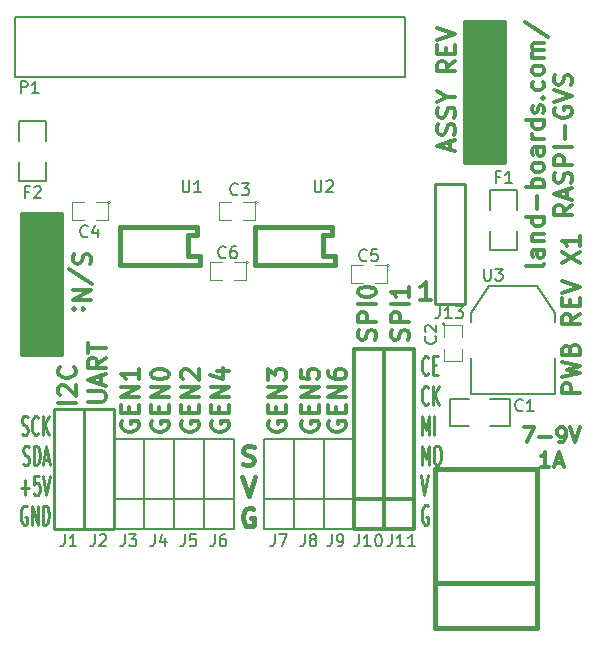
<source format=gto>
G04 (created by PCBNEW (2013-04-19 BZR 4011)-stable) date 30/06/2014 16:58:49*
%MOIN*%
G04 Gerber Fmt 3.4, Leading zero omitted, Abs format*
%FSLAX34Y34*%
G01*
G70*
G90*
G04 APERTURE LIST*
%ADD10C,0*%
%ADD11C,0.011811*%
%ADD12C,0.00875*%
%ADD13C,0.015*%
%ADD14C,0.008*%
%ADD15C,0.01*%
%ADD16C,0.006*%
%ADD17C,0.012*%
%ADD18C,0.005*%
%ADD19C,0.0039*%
%ADD20C,0.025*%
%ADD21C,0.00590551*%
G04 APERTURE END LIST*
G54D10*
G54D11*
X19039Y-12965D02*
X18448Y-12965D01*
X18448Y-12740D01*
X18476Y-12684D01*
X18504Y-12655D01*
X18560Y-12627D01*
X18645Y-12627D01*
X18701Y-12655D01*
X18729Y-12684D01*
X18757Y-12740D01*
X18757Y-12965D01*
X18448Y-12430D02*
X19039Y-12290D01*
X18617Y-12177D01*
X19039Y-12065D01*
X18448Y-11924D01*
X18729Y-11502D02*
X18757Y-11418D01*
X18785Y-11390D01*
X18842Y-11362D01*
X18926Y-11362D01*
X18982Y-11390D01*
X19010Y-11418D01*
X19039Y-11474D01*
X19039Y-11699D01*
X18448Y-11699D01*
X18448Y-11502D01*
X18476Y-11446D01*
X18504Y-11418D01*
X18560Y-11390D01*
X18617Y-11390D01*
X18673Y-11418D01*
X18701Y-11446D01*
X18729Y-11502D01*
X18729Y-11699D01*
X19039Y-10321D02*
X18757Y-10518D01*
X19039Y-10659D02*
X18448Y-10659D01*
X18448Y-10434D01*
X18476Y-10378D01*
X18504Y-10349D01*
X18560Y-10321D01*
X18645Y-10321D01*
X18701Y-10349D01*
X18729Y-10378D01*
X18757Y-10434D01*
X18757Y-10659D01*
X18729Y-10068D02*
X18729Y-9871D01*
X19039Y-9787D02*
X19039Y-10068D01*
X18448Y-10068D01*
X18448Y-9787D01*
X18448Y-9618D02*
X19039Y-9421D01*
X18448Y-9225D01*
X18448Y-8634D02*
X19039Y-8240D01*
X18448Y-8240D02*
X19039Y-8634D01*
X19039Y-7706D02*
X19039Y-8044D01*
X19039Y-7875D02*
X18448Y-7875D01*
X18532Y-7931D01*
X18589Y-7987D01*
X18617Y-8044D01*
X14720Y-4846D02*
X14720Y-4565D01*
X14889Y-4902D02*
X14298Y-4706D01*
X14889Y-4509D01*
X14860Y-4340D02*
X14889Y-4256D01*
X14889Y-4115D01*
X14860Y-4059D01*
X14832Y-4031D01*
X14776Y-4002D01*
X14720Y-4002D01*
X14664Y-4031D01*
X14635Y-4059D01*
X14607Y-4115D01*
X14579Y-4227D01*
X14551Y-4284D01*
X14523Y-4312D01*
X14467Y-4340D01*
X14410Y-4340D01*
X14354Y-4312D01*
X14326Y-4284D01*
X14298Y-4227D01*
X14298Y-4087D01*
X14326Y-4002D01*
X14860Y-3778D02*
X14889Y-3693D01*
X14889Y-3553D01*
X14860Y-3496D01*
X14832Y-3468D01*
X14776Y-3440D01*
X14720Y-3440D01*
X14664Y-3468D01*
X14635Y-3496D01*
X14607Y-3553D01*
X14579Y-3665D01*
X14551Y-3721D01*
X14523Y-3749D01*
X14467Y-3778D01*
X14410Y-3778D01*
X14354Y-3749D01*
X14326Y-3721D01*
X14298Y-3665D01*
X14298Y-3524D01*
X14326Y-3440D01*
X14607Y-3074D02*
X14889Y-3074D01*
X14298Y-3271D02*
X14607Y-3074D01*
X14298Y-2878D01*
X14889Y-1893D02*
X14607Y-2090D01*
X14889Y-2231D02*
X14298Y-2231D01*
X14298Y-2006D01*
X14326Y-1950D01*
X14354Y-1921D01*
X14410Y-1893D01*
X14495Y-1893D01*
X14551Y-1921D01*
X14579Y-1950D01*
X14607Y-2006D01*
X14607Y-2231D01*
X14579Y-1640D02*
X14579Y-1443D01*
X14889Y-1359D02*
X14889Y-1640D01*
X14298Y-1640D01*
X14298Y-1359D01*
X14298Y-1190D02*
X14889Y-993D01*
X14298Y-797D01*
X2189Y-8321D02*
X2160Y-8406D01*
X2160Y-8546D01*
X2189Y-8603D01*
X2217Y-8631D01*
X2273Y-8659D01*
X2329Y-8659D01*
X2385Y-8631D01*
X2414Y-8603D01*
X2442Y-8546D01*
X2470Y-8434D01*
X2498Y-8378D01*
X2526Y-8350D01*
X2582Y-8321D01*
X2639Y-8321D01*
X2695Y-8350D01*
X2723Y-8378D01*
X2751Y-8434D01*
X2751Y-8575D01*
X2723Y-8659D01*
X2779Y-9334D02*
X2020Y-8828D01*
X2160Y-9531D02*
X2751Y-9531D01*
X2160Y-9868D01*
X2751Y-9868D01*
X2217Y-10149D02*
X2189Y-10178D01*
X2160Y-10149D01*
X2189Y-10121D01*
X2217Y-10149D01*
X2160Y-10149D01*
X2526Y-10149D02*
X2498Y-10178D01*
X2470Y-10149D01*
X2498Y-10121D01*
X2526Y-10149D01*
X2470Y-10149D01*
X14068Y-9839D02*
X13731Y-9839D01*
X13900Y-9839D02*
X13900Y-9248D01*
X13843Y-9332D01*
X13787Y-9389D01*
X13731Y-9417D01*
X17171Y-14102D02*
X17504Y-14102D01*
X17290Y-14602D01*
X17695Y-14411D02*
X18076Y-14411D01*
X18338Y-14602D02*
X18433Y-14602D01*
X18480Y-14578D01*
X18504Y-14554D01*
X18552Y-14483D01*
X18576Y-14388D01*
X18576Y-14197D01*
X18552Y-14150D01*
X18528Y-14126D01*
X18480Y-14102D01*
X18385Y-14102D01*
X18338Y-14126D01*
X18314Y-14150D01*
X18290Y-14197D01*
X18290Y-14316D01*
X18314Y-14364D01*
X18338Y-14388D01*
X18385Y-14411D01*
X18480Y-14411D01*
X18528Y-14388D01*
X18552Y-14364D01*
X18576Y-14316D01*
X18719Y-14102D02*
X18885Y-14602D01*
X19052Y-14102D01*
X18028Y-15420D02*
X17742Y-15420D01*
X17885Y-15420D02*
X17885Y-14920D01*
X17838Y-14991D01*
X17790Y-15039D01*
X17742Y-15063D01*
X18219Y-15277D02*
X18457Y-15277D01*
X18171Y-15420D02*
X18338Y-14920D01*
X18504Y-15420D01*
G54D12*
X433Y-14332D02*
X483Y-14363D01*
X566Y-14363D01*
X600Y-14332D01*
X616Y-14301D01*
X633Y-14239D01*
X633Y-14177D01*
X616Y-14115D01*
X600Y-14084D01*
X566Y-14053D01*
X500Y-14022D01*
X466Y-13991D01*
X450Y-13960D01*
X433Y-13898D01*
X433Y-13836D01*
X450Y-13775D01*
X466Y-13744D01*
X500Y-13713D01*
X583Y-13713D01*
X633Y-13744D01*
X983Y-14301D02*
X966Y-14332D01*
X916Y-14363D01*
X883Y-14363D01*
X833Y-14332D01*
X800Y-14270D01*
X783Y-14208D01*
X766Y-14084D01*
X766Y-13991D01*
X783Y-13867D01*
X800Y-13805D01*
X833Y-13744D01*
X883Y-13713D01*
X916Y-13713D01*
X966Y-13744D01*
X983Y-13775D01*
X1133Y-14363D02*
X1133Y-13713D01*
X1333Y-14363D02*
X1183Y-13991D01*
X1333Y-13713D02*
X1133Y-14084D01*
X483Y-15329D02*
X533Y-15360D01*
X616Y-15360D01*
X650Y-15329D01*
X666Y-15298D01*
X683Y-15236D01*
X683Y-15174D01*
X666Y-15112D01*
X650Y-15082D01*
X616Y-15051D01*
X550Y-15020D01*
X516Y-14989D01*
X500Y-14958D01*
X483Y-14896D01*
X483Y-14834D01*
X500Y-14772D01*
X516Y-14741D01*
X550Y-14710D01*
X633Y-14710D01*
X683Y-14741D01*
X833Y-15360D02*
X833Y-14710D01*
X916Y-14710D01*
X966Y-14741D01*
X1000Y-14803D01*
X1016Y-14865D01*
X1033Y-14989D01*
X1033Y-15082D01*
X1016Y-15205D01*
X1000Y-15267D01*
X966Y-15329D01*
X916Y-15360D01*
X833Y-15360D01*
X1166Y-15174D02*
X1333Y-15174D01*
X1133Y-15360D02*
X1250Y-14710D01*
X1366Y-15360D01*
X416Y-16110D02*
X683Y-16110D01*
X549Y-16358D02*
X549Y-15862D01*
X1016Y-15708D02*
X850Y-15708D01*
X833Y-16017D01*
X850Y-15986D01*
X883Y-15955D01*
X966Y-15955D01*
X1000Y-15986D01*
X1016Y-16017D01*
X1033Y-16079D01*
X1033Y-16234D01*
X1016Y-16296D01*
X1000Y-16327D01*
X966Y-16358D01*
X883Y-16358D01*
X850Y-16327D01*
X833Y-16296D01*
X1133Y-15708D02*
X1250Y-16358D01*
X1366Y-15708D01*
X600Y-16736D02*
X566Y-16705D01*
X516Y-16705D01*
X466Y-16736D01*
X433Y-16798D01*
X416Y-16860D01*
X400Y-16984D01*
X400Y-17077D01*
X416Y-17200D01*
X433Y-17262D01*
X466Y-17324D01*
X516Y-17355D01*
X550Y-17355D01*
X600Y-17324D01*
X616Y-17293D01*
X616Y-17077D01*
X550Y-17077D01*
X766Y-17355D02*
X766Y-16705D01*
X966Y-17355D01*
X966Y-16705D01*
X1133Y-17355D02*
X1133Y-16705D01*
X1216Y-16705D01*
X1266Y-16736D01*
X1300Y-16798D01*
X1316Y-16860D01*
X1333Y-16984D01*
X1333Y-17077D01*
X1316Y-17200D01*
X1300Y-17262D01*
X1266Y-17324D01*
X1216Y-17355D01*
X1133Y-17355D01*
X13983Y-12301D02*
X13966Y-12332D01*
X13916Y-12363D01*
X13883Y-12363D01*
X13833Y-12332D01*
X13800Y-12270D01*
X13783Y-12208D01*
X13766Y-12084D01*
X13766Y-11991D01*
X13783Y-11867D01*
X13800Y-11805D01*
X13833Y-11744D01*
X13883Y-11713D01*
X13916Y-11713D01*
X13966Y-11744D01*
X13983Y-11775D01*
X14133Y-12022D02*
X14250Y-12022D01*
X14300Y-12363D02*
X14133Y-12363D01*
X14133Y-11713D01*
X14300Y-11713D01*
X13983Y-13298D02*
X13966Y-13329D01*
X13916Y-13360D01*
X13883Y-13360D01*
X13833Y-13329D01*
X13800Y-13267D01*
X13783Y-13205D01*
X13766Y-13082D01*
X13766Y-12989D01*
X13783Y-12865D01*
X13800Y-12803D01*
X13833Y-12741D01*
X13883Y-12710D01*
X13916Y-12710D01*
X13966Y-12741D01*
X13983Y-12772D01*
X14133Y-13360D02*
X14133Y-12710D01*
X14333Y-13360D02*
X14183Y-12989D01*
X14333Y-12710D02*
X14133Y-13082D01*
X13783Y-14358D02*
X13783Y-13708D01*
X13900Y-14172D01*
X14016Y-13708D01*
X14016Y-14358D01*
X14183Y-14358D02*
X14183Y-13708D01*
X13783Y-15355D02*
X13783Y-14705D01*
X13900Y-15169D01*
X14016Y-14705D01*
X14016Y-15355D01*
X14250Y-14705D02*
X14316Y-14705D01*
X14350Y-14736D01*
X14383Y-14798D01*
X14400Y-14922D01*
X14400Y-15138D01*
X14383Y-15262D01*
X14350Y-15324D01*
X14316Y-15355D01*
X14250Y-15355D01*
X14216Y-15324D01*
X14183Y-15262D01*
X14166Y-15138D01*
X14166Y-14922D01*
X14183Y-14798D01*
X14216Y-14736D01*
X14250Y-14705D01*
X13733Y-15703D02*
X13850Y-16353D01*
X13966Y-15703D01*
X13966Y-16731D02*
X13933Y-16700D01*
X13883Y-16700D01*
X13833Y-16731D01*
X13800Y-16793D01*
X13783Y-16855D01*
X13766Y-16979D01*
X13766Y-17072D01*
X13783Y-17195D01*
X13800Y-17257D01*
X13833Y-17319D01*
X13883Y-17350D01*
X13916Y-17350D01*
X13966Y-17319D01*
X13983Y-17288D01*
X13983Y-17072D01*
X13916Y-17072D01*
G54D11*
X17839Y-8651D02*
X17810Y-8707D01*
X17754Y-8735D01*
X17248Y-8735D01*
X17839Y-8173D02*
X17529Y-8173D01*
X17473Y-8201D01*
X17445Y-8257D01*
X17445Y-8369D01*
X17473Y-8426D01*
X17810Y-8173D02*
X17839Y-8229D01*
X17839Y-8369D01*
X17810Y-8426D01*
X17754Y-8454D01*
X17698Y-8454D01*
X17642Y-8426D01*
X17614Y-8369D01*
X17614Y-8229D01*
X17585Y-8173D01*
X17445Y-7891D02*
X17839Y-7891D01*
X17501Y-7891D02*
X17473Y-7863D01*
X17445Y-7807D01*
X17445Y-7723D01*
X17473Y-7666D01*
X17529Y-7638D01*
X17839Y-7638D01*
X17839Y-7104D02*
X17248Y-7104D01*
X17810Y-7104D02*
X17839Y-7160D01*
X17839Y-7273D01*
X17810Y-7329D01*
X17782Y-7357D01*
X17726Y-7385D01*
X17557Y-7385D01*
X17501Y-7357D01*
X17473Y-7329D01*
X17445Y-7273D01*
X17445Y-7160D01*
X17473Y-7104D01*
X17614Y-6823D02*
X17614Y-6373D01*
X17839Y-6092D02*
X17248Y-6092D01*
X17473Y-6092D02*
X17445Y-6035D01*
X17445Y-5923D01*
X17473Y-5867D01*
X17501Y-5838D01*
X17557Y-5810D01*
X17726Y-5810D01*
X17782Y-5838D01*
X17810Y-5867D01*
X17839Y-5923D01*
X17839Y-6035D01*
X17810Y-6092D01*
X17839Y-5473D02*
X17810Y-5529D01*
X17782Y-5557D01*
X17726Y-5585D01*
X17557Y-5585D01*
X17501Y-5557D01*
X17473Y-5529D01*
X17445Y-5473D01*
X17445Y-5388D01*
X17473Y-5332D01*
X17501Y-5304D01*
X17557Y-5276D01*
X17726Y-5276D01*
X17782Y-5304D01*
X17810Y-5332D01*
X17839Y-5388D01*
X17839Y-5473D01*
X17839Y-4770D02*
X17529Y-4770D01*
X17473Y-4798D01*
X17445Y-4854D01*
X17445Y-4967D01*
X17473Y-5023D01*
X17810Y-4770D02*
X17839Y-4826D01*
X17839Y-4967D01*
X17810Y-5023D01*
X17754Y-5051D01*
X17698Y-5051D01*
X17642Y-5023D01*
X17614Y-4967D01*
X17614Y-4826D01*
X17585Y-4770D01*
X17839Y-4489D02*
X17445Y-4489D01*
X17557Y-4489D02*
X17501Y-4460D01*
X17473Y-4432D01*
X17445Y-4376D01*
X17445Y-4320D01*
X17839Y-3870D02*
X17248Y-3870D01*
X17810Y-3870D02*
X17839Y-3926D01*
X17839Y-4039D01*
X17810Y-4095D01*
X17782Y-4123D01*
X17726Y-4151D01*
X17557Y-4151D01*
X17501Y-4123D01*
X17473Y-4095D01*
X17445Y-4039D01*
X17445Y-3926D01*
X17473Y-3870D01*
X17810Y-3617D02*
X17839Y-3561D01*
X17839Y-3448D01*
X17810Y-3392D01*
X17754Y-3364D01*
X17726Y-3364D01*
X17670Y-3392D01*
X17642Y-3448D01*
X17642Y-3532D01*
X17614Y-3589D01*
X17557Y-3617D01*
X17529Y-3617D01*
X17473Y-3589D01*
X17445Y-3532D01*
X17445Y-3448D01*
X17473Y-3392D01*
X17782Y-3111D02*
X17810Y-3083D01*
X17839Y-3111D01*
X17810Y-3139D01*
X17782Y-3111D01*
X17839Y-3111D01*
X17810Y-2576D02*
X17839Y-2633D01*
X17839Y-2745D01*
X17810Y-2801D01*
X17782Y-2829D01*
X17726Y-2858D01*
X17557Y-2858D01*
X17501Y-2829D01*
X17473Y-2801D01*
X17445Y-2745D01*
X17445Y-2633D01*
X17473Y-2576D01*
X17839Y-2239D02*
X17810Y-2295D01*
X17782Y-2323D01*
X17726Y-2351D01*
X17557Y-2351D01*
X17501Y-2323D01*
X17473Y-2295D01*
X17445Y-2239D01*
X17445Y-2155D01*
X17473Y-2098D01*
X17501Y-2070D01*
X17557Y-2042D01*
X17726Y-2042D01*
X17782Y-2070D01*
X17810Y-2098D01*
X17839Y-2155D01*
X17839Y-2239D01*
X17839Y-1789D02*
X17445Y-1789D01*
X17501Y-1789D02*
X17473Y-1761D01*
X17445Y-1705D01*
X17445Y-1620D01*
X17473Y-1564D01*
X17529Y-1536D01*
X17839Y-1536D01*
X17529Y-1536D02*
X17473Y-1508D01*
X17445Y-1451D01*
X17445Y-1367D01*
X17473Y-1311D01*
X17529Y-1283D01*
X17839Y-1283D01*
X17220Y-580D02*
X17979Y-1086D01*
X18783Y-6682D02*
X18502Y-6879D01*
X18783Y-7020D02*
X18193Y-7020D01*
X18193Y-6795D01*
X18221Y-6738D01*
X18249Y-6710D01*
X18305Y-6682D01*
X18390Y-6682D01*
X18446Y-6710D01*
X18474Y-6738D01*
X18502Y-6795D01*
X18502Y-7020D01*
X18615Y-6457D02*
X18615Y-6176D01*
X18783Y-6513D02*
X18193Y-6316D01*
X18783Y-6120D01*
X18755Y-5951D02*
X18783Y-5867D01*
X18783Y-5726D01*
X18755Y-5670D01*
X18727Y-5642D01*
X18671Y-5613D01*
X18615Y-5613D01*
X18558Y-5642D01*
X18530Y-5670D01*
X18502Y-5726D01*
X18474Y-5838D01*
X18446Y-5895D01*
X18418Y-5923D01*
X18362Y-5951D01*
X18305Y-5951D01*
X18249Y-5923D01*
X18221Y-5895D01*
X18193Y-5838D01*
X18193Y-5698D01*
X18221Y-5613D01*
X18783Y-5360D02*
X18193Y-5360D01*
X18193Y-5135D01*
X18221Y-5079D01*
X18249Y-5051D01*
X18305Y-5023D01*
X18390Y-5023D01*
X18446Y-5051D01*
X18474Y-5079D01*
X18502Y-5135D01*
X18502Y-5360D01*
X18783Y-4770D02*
X18193Y-4770D01*
X18558Y-4489D02*
X18558Y-4039D01*
X18221Y-3448D02*
X18193Y-3504D01*
X18193Y-3589D01*
X18221Y-3673D01*
X18277Y-3729D01*
X18333Y-3757D01*
X18446Y-3786D01*
X18530Y-3786D01*
X18643Y-3757D01*
X18699Y-3729D01*
X18755Y-3673D01*
X18783Y-3589D01*
X18783Y-3532D01*
X18755Y-3448D01*
X18727Y-3420D01*
X18530Y-3420D01*
X18530Y-3532D01*
X18193Y-3251D02*
X18783Y-3054D01*
X18193Y-2858D01*
X18755Y-2689D02*
X18783Y-2604D01*
X18783Y-2464D01*
X18755Y-2408D01*
X18727Y-2379D01*
X18671Y-2351D01*
X18615Y-2351D01*
X18558Y-2379D01*
X18530Y-2408D01*
X18502Y-2464D01*
X18474Y-2576D01*
X18446Y-2633D01*
X18418Y-2661D01*
X18362Y-2689D01*
X18305Y-2689D01*
X18249Y-2661D01*
X18221Y-2633D01*
X18193Y-2576D01*
X18193Y-2436D01*
X18221Y-2351D01*
X13310Y-11185D02*
X13339Y-11101D01*
X13339Y-10960D01*
X13310Y-10904D01*
X13282Y-10876D01*
X13226Y-10848D01*
X13170Y-10848D01*
X13114Y-10876D01*
X13085Y-10904D01*
X13057Y-10960D01*
X13029Y-11073D01*
X13001Y-11129D01*
X12973Y-11157D01*
X12917Y-11185D01*
X12860Y-11185D01*
X12804Y-11157D01*
X12776Y-11129D01*
X12748Y-11073D01*
X12748Y-10932D01*
X12776Y-10848D01*
X13339Y-10595D02*
X12748Y-10595D01*
X12748Y-10370D01*
X12776Y-10314D01*
X12804Y-10285D01*
X12860Y-10257D01*
X12945Y-10257D01*
X13001Y-10285D01*
X13029Y-10314D01*
X13057Y-10370D01*
X13057Y-10595D01*
X13339Y-10004D02*
X12748Y-10004D01*
X13339Y-9414D02*
X13339Y-9751D01*
X13339Y-9582D02*
X12748Y-9582D01*
X12832Y-9639D01*
X12889Y-9695D01*
X12917Y-9751D01*
X12210Y-11185D02*
X12239Y-11101D01*
X12239Y-10960D01*
X12210Y-10904D01*
X12182Y-10876D01*
X12126Y-10848D01*
X12070Y-10848D01*
X12014Y-10876D01*
X11985Y-10904D01*
X11957Y-10960D01*
X11929Y-11073D01*
X11901Y-11129D01*
X11873Y-11157D01*
X11817Y-11185D01*
X11760Y-11185D01*
X11704Y-11157D01*
X11676Y-11129D01*
X11648Y-11073D01*
X11648Y-10932D01*
X11676Y-10848D01*
X12239Y-10595D02*
X11648Y-10595D01*
X11648Y-10370D01*
X11676Y-10314D01*
X11704Y-10285D01*
X11760Y-10257D01*
X11845Y-10257D01*
X11901Y-10285D01*
X11929Y-10314D01*
X11957Y-10370D01*
X11957Y-10595D01*
X12239Y-10004D02*
X11648Y-10004D01*
X11648Y-9611D02*
X11648Y-9554D01*
X11676Y-9498D01*
X11704Y-9470D01*
X11760Y-9442D01*
X11873Y-9414D01*
X12014Y-9414D01*
X12126Y-9442D01*
X12182Y-9470D01*
X12210Y-9498D01*
X12239Y-9554D01*
X12239Y-9611D01*
X12210Y-9667D01*
X12182Y-9695D01*
X12126Y-9723D01*
X12014Y-9751D01*
X11873Y-9751D01*
X11760Y-9723D01*
X11704Y-9695D01*
X11676Y-9667D01*
X11648Y-9611D01*
X10676Y-13903D02*
X10648Y-13959D01*
X10648Y-14043D01*
X10676Y-14128D01*
X10732Y-14184D01*
X10789Y-14212D01*
X10901Y-14240D01*
X10985Y-14240D01*
X11098Y-14212D01*
X11154Y-14184D01*
X11210Y-14128D01*
X11239Y-14043D01*
X11239Y-13987D01*
X11210Y-13903D01*
X11182Y-13874D01*
X10985Y-13874D01*
X10985Y-13987D01*
X10929Y-13621D02*
X10929Y-13424D01*
X11239Y-13340D02*
X11239Y-13621D01*
X10648Y-13621D01*
X10648Y-13340D01*
X11239Y-13087D02*
X10648Y-13087D01*
X11239Y-12750D01*
X10648Y-12750D01*
X10648Y-12215D02*
X10648Y-12328D01*
X10676Y-12384D01*
X10704Y-12412D01*
X10789Y-12468D01*
X10901Y-12496D01*
X11126Y-12496D01*
X11182Y-12468D01*
X11210Y-12440D01*
X11239Y-12384D01*
X11239Y-12271D01*
X11210Y-12215D01*
X11182Y-12187D01*
X11126Y-12159D01*
X10985Y-12159D01*
X10929Y-12187D01*
X10901Y-12215D01*
X10873Y-12271D01*
X10873Y-12384D01*
X10901Y-12440D01*
X10929Y-12468D01*
X10985Y-12496D01*
X9776Y-13903D02*
X9748Y-13959D01*
X9748Y-14043D01*
X9776Y-14128D01*
X9832Y-14184D01*
X9889Y-14212D01*
X10001Y-14240D01*
X10085Y-14240D01*
X10198Y-14212D01*
X10254Y-14184D01*
X10310Y-14128D01*
X10339Y-14043D01*
X10339Y-13987D01*
X10310Y-13903D01*
X10282Y-13874D01*
X10085Y-13874D01*
X10085Y-13987D01*
X10029Y-13621D02*
X10029Y-13424D01*
X10339Y-13340D02*
X10339Y-13621D01*
X9748Y-13621D01*
X9748Y-13340D01*
X10339Y-13087D02*
X9748Y-13087D01*
X10339Y-12750D01*
X9748Y-12750D01*
X9748Y-12187D02*
X9748Y-12468D01*
X10029Y-12496D01*
X10001Y-12468D01*
X9973Y-12412D01*
X9973Y-12271D01*
X10001Y-12215D01*
X10029Y-12187D01*
X10085Y-12159D01*
X10226Y-12159D01*
X10282Y-12187D01*
X10310Y-12215D01*
X10339Y-12271D01*
X10339Y-12412D01*
X10310Y-12468D01*
X10282Y-12496D01*
X8676Y-13903D02*
X8648Y-13959D01*
X8648Y-14043D01*
X8676Y-14128D01*
X8732Y-14184D01*
X8789Y-14212D01*
X8901Y-14240D01*
X8985Y-14240D01*
X9098Y-14212D01*
X9154Y-14184D01*
X9210Y-14128D01*
X9239Y-14043D01*
X9239Y-13987D01*
X9210Y-13903D01*
X9182Y-13874D01*
X8985Y-13874D01*
X8985Y-13987D01*
X8929Y-13621D02*
X8929Y-13424D01*
X9239Y-13340D02*
X9239Y-13621D01*
X8648Y-13621D01*
X8648Y-13340D01*
X9239Y-13087D02*
X8648Y-13087D01*
X9239Y-12750D01*
X8648Y-12750D01*
X8648Y-12525D02*
X8648Y-12159D01*
X8873Y-12356D01*
X8873Y-12271D01*
X8901Y-12215D01*
X8929Y-12187D01*
X8985Y-12159D01*
X9126Y-12159D01*
X9182Y-12187D01*
X9210Y-12215D01*
X9239Y-12271D01*
X9239Y-12440D01*
X9210Y-12496D01*
X9182Y-12525D01*
X6776Y-13903D02*
X6748Y-13959D01*
X6748Y-14043D01*
X6776Y-14128D01*
X6832Y-14184D01*
X6889Y-14212D01*
X7001Y-14240D01*
X7085Y-14240D01*
X7198Y-14212D01*
X7254Y-14184D01*
X7310Y-14128D01*
X7339Y-14043D01*
X7339Y-13987D01*
X7310Y-13903D01*
X7282Y-13874D01*
X7085Y-13874D01*
X7085Y-13987D01*
X7029Y-13621D02*
X7029Y-13424D01*
X7339Y-13340D02*
X7339Y-13621D01*
X6748Y-13621D01*
X6748Y-13340D01*
X7339Y-13087D02*
X6748Y-13087D01*
X7339Y-12750D01*
X6748Y-12750D01*
X6945Y-12215D02*
X7339Y-12215D01*
X6720Y-12356D02*
X7142Y-12496D01*
X7142Y-12131D01*
X5776Y-13903D02*
X5748Y-13959D01*
X5748Y-14043D01*
X5776Y-14128D01*
X5832Y-14184D01*
X5889Y-14212D01*
X6001Y-14240D01*
X6085Y-14240D01*
X6198Y-14212D01*
X6254Y-14184D01*
X6310Y-14128D01*
X6339Y-14043D01*
X6339Y-13987D01*
X6310Y-13903D01*
X6282Y-13874D01*
X6085Y-13874D01*
X6085Y-13987D01*
X6029Y-13621D02*
X6029Y-13424D01*
X6339Y-13340D02*
X6339Y-13621D01*
X5748Y-13621D01*
X5748Y-13340D01*
X6339Y-13087D02*
X5748Y-13087D01*
X6339Y-12750D01*
X5748Y-12750D01*
X5804Y-12496D02*
X5776Y-12468D01*
X5748Y-12412D01*
X5748Y-12271D01*
X5776Y-12215D01*
X5804Y-12187D01*
X5860Y-12159D01*
X5917Y-12159D01*
X6001Y-12187D01*
X6339Y-12525D01*
X6339Y-12159D01*
X4776Y-13903D02*
X4748Y-13959D01*
X4748Y-14043D01*
X4776Y-14128D01*
X4832Y-14184D01*
X4889Y-14212D01*
X5001Y-14240D01*
X5085Y-14240D01*
X5198Y-14212D01*
X5254Y-14184D01*
X5310Y-14128D01*
X5339Y-14043D01*
X5339Y-13987D01*
X5310Y-13903D01*
X5282Y-13874D01*
X5085Y-13874D01*
X5085Y-13987D01*
X5029Y-13621D02*
X5029Y-13424D01*
X5339Y-13340D02*
X5339Y-13621D01*
X4748Y-13621D01*
X4748Y-13340D01*
X5339Y-13087D02*
X4748Y-13087D01*
X5339Y-12750D01*
X4748Y-12750D01*
X4748Y-12356D02*
X4748Y-12300D01*
X4776Y-12243D01*
X4804Y-12215D01*
X4860Y-12187D01*
X4973Y-12159D01*
X5114Y-12159D01*
X5226Y-12187D01*
X5282Y-12215D01*
X5310Y-12243D01*
X5339Y-12300D01*
X5339Y-12356D01*
X5310Y-12412D01*
X5282Y-12440D01*
X5226Y-12468D01*
X5114Y-12496D01*
X4973Y-12496D01*
X4860Y-12468D01*
X4804Y-12440D01*
X4776Y-12412D01*
X4748Y-12356D01*
X3776Y-13903D02*
X3748Y-13959D01*
X3748Y-14043D01*
X3776Y-14128D01*
X3832Y-14184D01*
X3889Y-14212D01*
X4001Y-14240D01*
X4085Y-14240D01*
X4198Y-14212D01*
X4254Y-14184D01*
X4310Y-14128D01*
X4339Y-14043D01*
X4339Y-13987D01*
X4310Y-13903D01*
X4282Y-13874D01*
X4085Y-13874D01*
X4085Y-13987D01*
X4029Y-13621D02*
X4029Y-13424D01*
X4339Y-13340D02*
X4339Y-13621D01*
X3748Y-13621D01*
X3748Y-13340D01*
X4339Y-13087D02*
X3748Y-13087D01*
X4339Y-12750D01*
X3748Y-12750D01*
X4339Y-12159D02*
X4339Y-12496D01*
X4339Y-12328D02*
X3748Y-12328D01*
X3832Y-12384D01*
X3889Y-12440D01*
X3917Y-12496D01*
X2648Y-13242D02*
X3126Y-13242D01*
X3182Y-13213D01*
X3210Y-13185D01*
X3239Y-13129D01*
X3239Y-13017D01*
X3210Y-12960D01*
X3182Y-12932D01*
X3126Y-12904D01*
X2648Y-12904D01*
X3070Y-12651D02*
X3070Y-12370D01*
X3239Y-12707D02*
X2648Y-12510D01*
X3239Y-12314D01*
X3239Y-11779D02*
X2957Y-11976D01*
X3239Y-12117D02*
X2648Y-12117D01*
X2648Y-11892D01*
X2676Y-11835D01*
X2704Y-11807D01*
X2760Y-11779D01*
X2845Y-11779D01*
X2901Y-11807D01*
X2929Y-11835D01*
X2957Y-11892D01*
X2957Y-12117D01*
X2648Y-11611D02*
X2648Y-11273D01*
X3239Y-11442D02*
X2648Y-11442D01*
X2239Y-13276D02*
X1648Y-13276D01*
X1704Y-13023D02*
X1676Y-12995D01*
X1648Y-12939D01*
X1648Y-12798D01*
X1676Y-12742D01*
X1704Y-12714D01*
X1760Y-12685D01*
X1817Y-12685D01*
X1901Y-12714D01*
X2239Y-13051D01*
X2239Y-12685D01*
X2182Y-12095D02*
X2210Y-12123D01*
X2239Y-12207D01*
X2239Y-12264D01*
X2210Y-12348D01*
X2154Y-12404D01*
X2098Y-12432D01*
X1985Y-12460D01*
X1901Y-12460D01*
X1789Y-12432D01*
X1732Y-12404D01*
X1676Y-12348D01*
X1648Y-12264D01*
X1648Y-12207D01*
X1676Y-12123D01*
X1704Y-12095D01*
G54D13*
X7821Y-15323D02*
X7910Y-15352D01*
X8059Y-15352D01*
X8119Y-15323D01*
X8148Y-15293D01*
X8178Y-15233D01*
X8178Y-15174D01*
X8148Y-15114D01*
X8119Y-15085D01*
X8059Y-15055D01*
X7940Y-15025D01*
X7880Y-14995D01*
X7851Y-14966D01*
X7821Y-14906D01*
X7821Y-14847D01*
X7851Y-14787D01*
X7880Y-14757D01*
X7940Y-14727D01*
X8089Y-14727D01*
X8178Y-14757D01*
X7791Y-15752D02*
X8000Y-16377D01*
X8208Y-15752D01*
X8163Y-16807D02*
X8104Y-16777D01*
X8014Y-16777D01*
X7925Y-16807D01*
X7866Y-16867D01*
X7836Y-16926D01*
X7806Y-17045D01*
X7806Y-17135D01*
X7836Y-17254D01*
X7866Y-17313D01*
X7925Y-17373D01*
X8014Y-17402D01*
X8074Y-17402D01*
X8163Y-17373D01*
X8193Y-17343D01*
X8193Y-17135D01*
X8074Y-17135D01*
G54D14*
X228Y-2417D02*
X13228Y-2417D01*
X13228Y-417D02*
X228Y-417D01*
X228Y-417D02*
X228Y-2417D01*
X13228Y-2417D02*
X13228Y-417D01*
G54D15*
X3500Y-13500D02*
X3500Y-17500D01*
X2500Y-13500D02*
X2500Y-17500D01*
X2500Y-17500D02*
X3500Y-17500D01*
X3500Y-13500D02*
X2500Y-13500D01*
G54D16*
X4500Y-17500D02*
X3500Y-17500D01*
X3500Y-17500D02*
X3500Y-14500D01*
X3500Y-14500D02*
X4500Y-14500D01*
X4500Y-14500D02*
X4500Y-17500D01*
X3500Y-16500D02*
X4500Y-16500D01*
X6500Y-17500D02*
X5500Y-17500D01*
X5500Y-17500D02*
X5500Y-14500D01*
X5500Y-14500D02*
X6500Y-14500D01*
X6500Y-14500D02*
X6500Y-17500D01*
X5500Y-16500D02*
X6500Y-16500D01*
X9500Y-17500D02*
X8500Y-17500D01*
X8500Y-17500D02*
X8500Y-14500D01*
X8500Y-14500D02*
X9500Y-14500D01*
X9500Y-14500D02*
X9500Y-17500D01*
X8500Y-16500D02*
X9500Y-16500D01*
X11500Y-17500D02*
X10500Y-17500D01*
X10500Y-17500D02*
X10500Y-14500D01*
X10500Y-14500D02*
X11500Y-14500D01*
X11500Y-14500D02*
X11500Y-17500D01*
X10500Y-16500D02*
X11500Y-16500D01*
X7500Y-17500D02*
X6500Y-17500D01*
X6500Y-17500D02*
X6500Y-14500D01*
X6500Y-14500D02*
X7500Y-14500D01*
X7500Y-14500D02*
X7500Y-17500D01*
X6500Y-16500D02*
X7500Y-16500D01*
X10500Y-17500D02*
X9500Y-17500D01*
X9500Y-17500D02*
X9500Y-14500D01*
X9500Y-14500D02*
X10500Y-14500D01*
X10500Y-14500D02*
X10500Y-17500D01*
X9500Y-16500D02*
X10500Y-16500D01*
G54D17*
X13500Y-17500D02*
X12500Y-17500D01*
X12500Y-17500D02*
X12500Y-11500D01*
X12500Y-11500D02*
X13500Y-11500D01*
X13500Y-11500D02*
X13500Y-17500D01*
X13500Y-16500D02*
X12500Y-16500D01*
G54D18*
X16050Y-8200D02*
X16950Y-8200D01*
X16950Y-8200D02*
X16950Y-7550D01*
X16050Y-6850D02*
X16050Y-6200D01*
X16050Y-6200D02*
X16950Y-6200D01*
X16950Y-6200D02*
X16950Y-6850D01*
X16050Y-7550D02*
X16050Y-8200D01*
G54D15*
X2500Y-13500D02*
X2500Y-17500D01*
X1500Y-13500D02*
X1500Y-17500D01*
X1500Y-17500D02*
X2500Y-17500D01*
X2500Y-13500D02*
X1500Y-13500D01*
G54D16*
X5500Y-17500D02*
X4500Y-17500D01*
X4500Y-17500D02*
X4500Y-14500D01*
X4500Y-14500D02*
X5500Y-14500D01*
X5500Y-14500D02*
X5500Y-17500D01*
X4500Y-16500D02*
X5500Y-16500D01*
G54D17*
X12500Y-17500D02*
X11500Y-17500D01*
X11500Y-17500D02*
X11500Y-11500D01*
X11500Y-11500D02*
X12500Y-11500D01*
X12500Y-11500D02*
X12500Y-17500D01*
X12500Y-16500D02*
X11500Y-16500D01*
G54D13*
X10877Y-8688D02*
X8220Y-8688D01*
X8220Y-8688D02*
X8220Y-7409D01*
X8220Y-7409D02*
X10779Y-7409D01*
X10779Y-7409D02*
X10779Y-7704D01*
X10779Y-7704D02*
X10484Y-7704D01*
X10484Y-7704D02*
X10484Y-8393D01*
X10484Y-8393D02*
X10877Y-8393D01*
X10877Y-8393D02*
X10877Y-8688D01*
X6377Y-8688D02*
X3720Y-8688D01*
X3720Y-8688D02*
X3720Y-7409D01*
X3720Y-7409D02*
X6279Y-7409D01*
X6279Y-7409D02*
X6279Y-7704D01*
X6279Y-7704D02*
X5984Y-7704D01*
X5984Y-7704D02*
X5984Y-8393D01*
X5984Y-8393D02*
X6377Y-8393D01*
X6377Y-8393D02*
X6377Y-8688D01*
G54D14*
X15400Y-11800D02*
X15400Y-13000D01*
X15400Y-13000D02*
X18200Y-13000D01*
X18200Y-13000D02*
X18200Y-11800D01*
X15400Y-10600D02*
X15400Y-10300D01*
X15400Y-10300D02*
X16000Y-9400D01*
X16000Y-9400D02*
X17600Y-9400D01*
X17600Y-9400D02*
X18200Y-10300D01*
X18200Y-10300D02*
X18200Y-10600D01*
G54D18*
X16700Y-14050D02*
X16700Y-13150D01*
X16700Y-13150D02*
X16050Y-13150D01*
X15350Y-14050D02*
X14700Y-14050D01*
X14700Y-14050D02*
X14700Y-13150D01*
X14700Y-13150D02*
X15350Y-13150D01*
X16050Y-14050D02*
X16700Y-14050D01*
X1250Y-3900D02*
X350Y-3900D01*
X350Y-3900D02*
X350Y-4550D01*
X1250Y-5250D02*
X1250Y-5900D01*
X1250Y-5900D02*
X350Y-5900D01*
X350Y-5900D02*
X350Y-5250D01*
X1250Y-4550D02*
X1250Y-3900D01*
G54D15*
X15200Y-6000D02*
X15200Y-10000D01*
X14200Y-6000D02*
X14200Y-10000D01*
X14200Y-10000D02*
X15200Y-10000D01*
X15200Y-6000D02*
X14200Y-6000D01*
G54D13*
X14200Y-20500D02*
X14200Y-20800D01*
X14200Y-20800D02*
X17600Y-20800D01*
X17600Y-20800D02*
X17600Y-20500D01*
X14200Y-19300D02*
X17600Y-19300D01*
X14200Y-15500D02*
X17600Y-15500D01*
X17600Y-20500D02*
X17600Y-15500D01*
X14200Y-20500D02*
X14200Y-15500D01*
G54D19*
X14550Y-10650D02*
G75*
G03X14550Y-10650I-50J0D01*
G74*
G01*
X14500Y-11100D02*
X14500Y-10700D01*
X14500Y-10700D02*
X15100Y-10700D01*
X15100Y-10700D02*
X15100Y-11100D01*
X15100Y-11500D02*
X15100Y-11900D01*
X15100Y-11900D02*
X14500Y-11900D01*
X14500Y-11900D02*
X14500Y-11500D01*
X8300Y-6600D02*
G75*
G03X8300Y-6600I-50J0D01*
G74*
G01*
X7800Y-6600D02*
X8200Y-6600D01*
X8200Y-6600D02*
X8200Y-7200D01*
X8200Y-7200D02*
X7800Y-7200D01*
X7400Y-7200D02*
X7000Y-7200D01*
X7000Y-7200D02*
X7000Y-6600D01*
X7000Y-6600D02*
X7400Y-6600D01*
X3400Y-6600D02*
G75*
G03X3400Y-6600I-50J0D01*
G74*
G01*
X2900Y-6600D02*
X3300Y-6600D01*
X3300Y-6600D02*
X3300Y-7200D01*
X3300Y-7200D02*
X2900Y-7200D01*
X2500Y-7200D02*
X2100Y-7200D01*
X2100Y-7200D02*
X2100Y-6600D01*
X2100Y-6600D02*
X2500Y-6600D01*
X12700Y-8700D02*
G75*
G03X12700Y-8700I-50J0D01*
G74*
G01*
X12200Y-8700D02*
X12600Y-8700D01*
X12600Y-8700D02*
X12600Y-9300D01*
X12600Y-9300D02*
X12200Y-9300D01*
X11800Y-9300D02*
X11400Y-9300D01*
X11400Y-9300D02*
X11400Y-8700D01*
X11400Y-8700D02*
X11800Y-8700D01*
X8000Y-8600D02*
G75*
G03X8000Y-8600I-50J0D01*
G74*
G01*
X7500Y-8600D02*
X7900Y-8600D01*
X7900Y-8600D02*
X7900Y-9200D01*
X7900Y-9200D02*
X7500Y-9200D01*
X7100Y-9200D02*
X6700Y-9200D01*
X6700Y-9200D02*
X6700Y-8600D01*
X6700Y-8600D02*
X7100Y-8600D01*
G54D20*
X650Y-11600D02*
X650Y-7100D01*
X650Y-7100D02*
X900Y-7100D01*
X900Y-7100D02*
X900Y-11600D01*
X900Y-11600D02*
X1150Y-11600D01*
X1150Y-11600D02*
X1150Y-7050D01*
X1150Y-7050D02*
X1400Y-7050D01*
X1400Y-7050D02*
X1400Y-11600D01*
X1400Y-11600D02*
X1600Y-11600D01*
X1600Y-11600D02*
X1600Y-7100D01*
G54D13*
X450Y-7000D02*
X450Y-11650D01*
X450Y-11650D02*
X1750Y-11650D01*
X1750Y-11650D02*
X1750Y-7000D01*
X1750Y-7000D02*
X450Y-7000D01*
G54D20*
X15400Y-5200D02*
X15400Y-700D01*
X15400Y-700D02*
X15650Y-700D01*
X15650Y-700D02*
X15650Y-5200D01*
X15650Y-5200D02*
X15900Y-5200D01*
X15900Y-5200D02*
X15900Y-650D01*
X15900Y-650D02*
X16150Y-650D01*
X16150Y-650D02*
X16150Y-5200D01*
X16150Y-5200D02*
X16350Y-5200D01*
X16350Y-5200D02*
X16350Y-700D01*
G54D13*
X15200Y-600D02*
X15200Y-5250D01*
X15200Y-5250D02*
X16500Y-5250D01*
X16500Y-5250D02*
X16500Y-600D01*
X16500Y-600D02*
X15200Y-600D01*
G54D21*
X409Y-2959D02*
X409Y-2565D01*
X559Y-2565D01*
X596Y-2584D01*
X615Y-2603D01*
X634Y-2640D01*
X634Y-2696D01*
X615Y-2734D01*
X596Y-2753D01*
X559Y-2771D01*
X409Y-2771D01*
X1009Y-2959D02*
X784Y-2959D01*
X896Y-2959D02*
X896Y-2565D01*
X859Y-2621D01*
X821Y-2659D01*
X784Y-2678D01*
X2868Y-17665D02*
X2868Y-17946D01*
X2850Y-18003D01*
X2812Y-18040D01*
X2756Y-18059D01*
X2718Y-18059D01*
X3037Y-17703D02*
X3056Y-17684D01*
X3093Y-17665D01*
X3187Y-17665D01*
X3224Y-17684D01*
X3243Y-17703D01*
X3262Y-17740D01*
X3262Y-17778D01*
X3243Y-17834D01*
X3018Y-18059D01*
X3262Y-18059D01*
X3868Y-17665D02*
X3868Y-17946D01*
X3850Y-18003D01*
X3812Y-18040D01*
X3756Y-18059D01*
X3718Y-18059D01*
X4018Y-17665D02*
X4262Y-17665D01*
X4131Y-17815D01*
X4187Y-17815D01*
X4224Y-17834D01*
X4243Y-17853D01*
X4262Y-17890D01*
X4262Y-17984D01*
X4243Y-18021D01*
X4224Y-18040D01*
X4187Y-18059D01*
X4074Y-18059D01*
X4037Y-18040D01*
X4018Y-18021D01*
X5868Y-17665D02*
X5868Y-17946D01*
X5850Y-18003D01*
X5812Y-18040D01*
X5756Y-18059D01*
X5718Y-18059D01*
X6243Y-17665D02*
X6056Y-17665D01*
X6037Y-17853D01*
X6056Y-17834D01*
X6093Y-17815D01*
X6187Y-17815D01*
X6224Y-17834D01*
X6243Y-17853D01*
X6262Y-17890D01*
X6262Y-17984D01*
X6243Y-18021D01*
X6224Y-18040D01*
X6187Y-18059D01*
X6093Y-18059D01*
X6056Y-18040D01*
X6037Y-18021D01*
X8868Y-17665D02*
X8868Y-17946D01*
X8850Y-18003D01*
X8812Y-18040D01*
X8756Y-18059D01*
X8718Y-18059D01*
X9018Y-17665D02*
X9281Y-17665D01*
X9112Y-18059D01*
X10768Y-17665D02*
X10768Y-17946D01*
X10750Y-18003D01*
X10712Y-18040D01*
X10656Y-18059D01*
X10618Y-18059D01*
X10974Y-18059D02*
X11049Y-18059D01*
X11087Y-18040D01*
X11106Y-18021D01*
X11143Y-17965D01*
X11162Y-17890D01*
X11162Y-17740D01*
X11143Y-17703D01*
X11124Y-17684D01*
X11087Y-17665D01*
X11012Y-17665D01*
X10974Y-17684D01*
X10956Y-17703D01*
X10937Y-17740D01*
X10937Y-17834D01*
X10956Y-17871D01*
X10974Y-17890D01*
X11012Y-17909D01*
X11087Y-17909D01*
X11124Y-17890D01*
X11143Y-17871D01*
X11162Y-17834D01*
X6868Y-17665D02*
X6868Y-17946D01*
X6850Y-18003D01*
X6812Y-18040D01*
X6756Y-18059D01*
X6718Y-18059D01*
X7224Y-17665D02*
X7149Y-17665D01*
X7112Y-17684D01*
X7093Y-17703D01*
X7056Y-17759D01*
X7037Y-17834D01*
X7037Y-17984D01*
X7056Y-18021D01*
X7074Y-18040D01*
X7112Y-18059D01*
X7187Y-18059D01*
X7224Y-18040D01*
X7243Y-18021D01*
X7262Y-17984D01*
X7262Y-17890D01*
X7243Y-17853D01*
X7224Y-17834D01*
X7187Y-17815D01*
X7112Y-17815D01*
X7074Y-17834D01*
X7056Y-17853D01*
X7037Y-17890D01*
X9868Y-17665D02*
X9868Y-17946D01*
X9850Y-18003D01*
X9812Y-18040D01*
X9756Y-18059D01*
X9718Y-18059D01*
X10112Y-17834D02*
X10074Y-17815D01*
X10056Y-17796D01*
X10037Y-17759D01*
X10037Y-17740D01*
X10056Y-17703D01*
X10074Y-17684D01*
X10112Y-17665D01*
X10187Y-17665D01*
X10224Y-17684D01*
X10243Y-17703D01*
X10262Y-17740D01*
X10262Y-17759D01*
X10243Y-17796D01*
X10224Y-17815D01*
X10187Y-17834D01*
X10112Y-17834D01*
X10074Y-17853D01*
X10056Y-17871D01*
X10037Y-17909D01*
X10037Y-17984D01*
X10056Y-18021D01*
X10074Y-18040D01*
X10112Y-18059D01*
X10187Y-18059D01*
X10224Y-18040D01*
X10243Y-18021D01*
X10262Y-17984D01*
X10262Y-17909D01*
X10243Y-17871D01*
X10224Y-17853D01*
X10187Y-17834D01*
X12781Y-17665D02*
X12781Y-17946D01*
X12762Y-18003D01*
X12725Y-18040D01*
X12668Y-18059D01*
X12631Y-18059D01*
X13174Y-18059D02*
X12950Y-18059D01*
X13062Y-18059D02*
X13062Y-17665D01*
X13025Y-17721D01*
X12987Y-17759D01*
X12950Y-17778D01*
X13549Y-18059D02*
X13324Y-18059D01*
X13437Y-18059D02*
X13437Y-17665D01*
X13399Y-17721D01*
X13362Y-17759D01*
X13324Y-17778D01*
X16368Y-5753D02*
X16237Y-5753D01*
X16237Y-5959D02*
X16237Y-5565D01*
X16425Y-5565D01*
X16781Y-5959D02*
X16556Y-5959D01*
X16668Y-5959D02*
X16668Y-5565D01*
X16631Y-5621D01*
X16593Y-5659D01*
X16556Y-5678D01*
X1868Y-17665D02*
X1868Y-17946D01*
X1850Y-18003D01*
X1812Y-18040D01*
X1756Y-18059D01*
X1718Y-18059D01*
X2262Y-18059D02*
X2037Y-18059D01*
X2149Y-18059D02*
X2149Y-17665D01*
X2112Y-17721D01*
X2074Y-17759D01*
X2037Y-17778D01*
X4868Y-17665D02*
X4868Y-17946D01*
X4850Y-18003D01*
X4812Y-18040D01*
X4756Y-18059D01*
X4718Y-18059D01*
X5224Y-17796D02*
X5224Y-18059D01*
X5131Y-17646D02*
X5037Y-17928D01*
X5281Y-17928D01*
X11681Y-17665D02*
X11681Y-17946D01*
X11662Y-18003D01*
X11625Y-18040D01*
X11568Y-18059D01*
X11531Y-18059D01*
X12074Y-18059D02*
X11850Y-18059D01*
X11962Y-18059D02*
X11962Y-17665D01*
X11925Y-17721D01*
X11887Y-17759D01*
X11850Y-17778D01*
X12318Y-17665D02*
X12356Y-17665D01*
X12393Y-17684D01*
X12412Y-17703D01*
X12431Y-17740D01*
X12449Y-17815D01*
X12449Y-17909D01*
X12431Y-17984D01*
X12412Y-18021D01*
X12393Y-18040D01*
X12356Y-18059D01*
X12318Y-18059D01*
X12281Y-18040D01*
X12262Y-18021D01*
X12243Y-17984D01*
X12224Y-17909D01*
X12224Y-17815D01*
X12243Y-17740D01*
X12262Y-17703D01*
X12281Y-17684D01*
X12318Y-17665D01*
X10200Y-5865D02*
X10200Y-6184D01*
X10218Y-6221D01*
X10237Y-6240D01*
X10275Y-6259D01*
X10350Y-6259D01*
X10387Y-6240D01*
X10406Y-6221D01*
X10425Y-6184D01*
X10425Y-5865D01*
X10593Y-5903D02*
X10612Y-5884D01*
X10649Y-5865D01*
X10743Y-5865D01*
X10781Y-5884D01*
X10799Y-5903D01*
X10818Y-5940D01*
X10818Y-5978D01*
X10799Y-6034D01*
X10574Y-6259D01*
X10818Y-6259D01*
X5800Y-5865D02*
X5800Y-6184D01*
X5818Y-6221D01*
X5837Y-6240D01*
X5875Y-6259D01*
X5950Y-6259D01*
X5987Y-6240D01*
X6006Y-6221D01*
X6025Y-6184D01*
X6025Y-5865D01*
X6418Y-6259D02*
X6193Y-6259D01*
X6306Y-6259D02*
X6306Y-5865D01*
X6268Y-5921D01*
X6231Y-5959D01*
X6193Y-5978D01*
X15850Y-8815D02*
X15850Y-9134D01*
X15868Y-9171D01*
X15887Y-9190D01*
X15925Y-9209D01*
X16000Y-9209D01*
X16037Y-9190D01*
X16056Y-9171D01*
X16075Y-9134D01*
X16075Y-8815D01*
X16224Y-8815D02*
X16468Y-8815D01*
X16337Y-8965D01*
X16393Y-8965D01*
X16431Y-8984D01*
X16449Y-9003D01*
X16468Y-9040D01*
X16468Y-9134D01*
X16449Y-9171D01*
X16431Y-9190D01*
X16393Y-9209D01*
X16281Y-9209D01*
X16243Y-9190D01*
X16224Y-9171D01*
X17134Y-13521D02*
X17115Y-13540D01*
X17059Y-13559D01*
X17021Y-13559D01*
X16965Y-13540D01*
X16928Y-13503D01*
X16909Y-13465D01*
X16890Y-13390D01*
X16890Y-13334D01*
X16909Y-13259D01*
X16928Y-13221D01*
X16965Y-13184D01*
X17021Y-13165D01*
X17059Y-13165D01*
X17115Y-13184D01*
X17134Y-13203D01*
X17509Y-13559D02*
X17284Y-13559D01*
X17396Y-13559D02*
X17396Y-13165D01*
X17359Y-13221D01*
X17321Y-13259D01*
X17284Y-13278D01*
X668Y-6253D02*
X537Y-6253D01*
X537Y-6459D02*
X537Y-6065D01*
X725Y-6065D01*
X856Y-6103D02*
X874Y-6084D01*
X912Y-6065D01*
X1006Y-6065D01*
X1043Y-6084D01*
X1062Y-6103D01*
X1081Y-6140D01*
X1081Y-6178D01*
X1062Y-6234D01*
X837Y-6459D01*
X1081Y-6459D01*
X14381Y-10065D02*
X14381Y-10346D01*
X14362Y-10403D01*
X14325Y-10440D01*
X14268Y-10459D01*
X14231Y-10459D01*
X14774Y-10459D02*
X14550Y-10459D01*
X14662Y-10459D02*
X14662Y-10065D01*
X14625Y-10121D01*
X14587Y-10159D01*
X14550Y-10178D01*
X14906Y-10065D02*
X15149Y-10065D01*
X15018Y-10215D01*
X15074Y-10215D01*
X15112Y-10234D01*
X15131Y-10253D01*
X15149Y-10290D01*
X15149Y-10384D01*
X15131Y-10421D01*
X15112Y-10440D01*
X15074Y-10459D01*
X14962Y-10459D01*
X14924Y-10440D01*
X14906Y-10421D01*
X14221Y-11065D02*
X14240Y-11084D01*
X14259Y-11140D01*
X14259Y-11178D01*
X14240Y-11234D01*
X14203Y-11271D01*
X14165Y-11290D01*
X14090Y-11309D01*
X14034Y-11309D01*
X13959Y-11290D01*
X13921Y-11271D01*
X13884Y-11234D01*
X13865Y-11178D01*
X13865Y-11140D01*
X13884Y-11084D01*
X13903Y-11065D01*
X13903Y-10915D02*
X13884Y-10896D01*
X13865Y-10859D01*
X13865Y-10765D01*
X13884Y-10728D01*
X13903Y-10709D01*
X13940Y-10690D01*
X13978Y-10690D01*
X14034Y-10709D01*
X14259Y-10934D01*
X14259Y-10690D01*
X7634Y-6321D02*
X7615Y-6340D01*
X7559Y-6359D01*
X7521Y-6359D01*
X7465Y-6340D01*
X7428Y-6303D01*
X7409Y-6265D01*
X7390Y-6190D01*
X7390Y-6134D01*
X7409Y-6059D01*
X7428Y-6021D01*
X7465Y-5984D01*
X7521Y-5965D01*
X7559Y-5965D01*
X7615Y-5984D01*
X7634Y-6003D01*
X7765Y-5965D02*
X8009Y-5965D01*
X7878Y-6115D01*
X7934Y-6115D01*
X7971Y-6134D01*
X7990Y-6153D01*
X8009Y-6190D01*
X8009Y-6284D01*
X7990Y-6321D01*
X7971Y-6340D01*
X7934Y-6359D01*
X7821Y-6359D01*
X7784Y-6340D01*
X7765Y-6321D01*
X2634Y-7721D02*
X2615Y-7740D01*
X2559Y-7759D01*
X2521Y-7759D01*
X2465Y-7740D01*
X2428Y-7703D01*
X2409Y-7665D01*
X2390Y-7590D01*
X2390Y-7534D01*
X2409Y-7459D01*
X2428Y-7421D01*
X2465Y-7384D01*
X2521Y-7365D01*
X2559Y-7365D01*
X2615Y-7384D01*
X2634Y-7403D01*
X2971Y-7496D02*
X2971Y-7759D01*
X2878Y-7346D02*
X2784Y-7628D01*
X3028Y-7628D01*
X11934Y-8521D02*
X11915Y-8540D01*
X11859Y-8559D01*
X11821Y-8559D01*
X11765Y-8540D01*
X11728Y-8503D01*
X11709Y-8465D01*
X11690Y-8390D01*
X11690Y-8334D01*
X11709Y-8259D01*
X11728Y-8221D01*
X11765Y-8184D01*
X11821Y-8165D01*
X11859Y-8165D01*
X11915Y-8184D01*
X11934Y-8203D01*
X12290Y-8165D02*
X12103Y-8165D01*
X12084Y-8353D01*
X12103Y-8334D01*
X12140Y-8315D01*
X12234Y-8315D01*
X12271Y-8334D01*
X12290Y-8353D01*
X12309Y-8390D01*
X12309Y-8484D01*
X12290Y-8521D01*
X12271Y-8540D01*
X12234Y-8559D01*
X12140Y-8559D01*
X12103Y-8540D01*
X12084Y-8521D01*
X7234Y-8421D02*
X7215Y-8440D01*
X7159Y-8459D01*
X7121Y-8459D01*
X7065Y-8440D01*
X7028Y-8403D01*
X7009Y-8365D01*
X6990Y-8290D01*
X6990Y-8234D01*
X7009Y-8159D01*
X7028Y-8121D01*
X7065Y-8084D01*
X7121Y-8065D01*
X7159Y-8065D01*
X7215Y-8084D01*
X7234Y-8103D01*
X7571Y-8065D02*
X7496Y-8065D01*
X7459Y-8084D01*
X7440Y-8103D01*
X7403Y-8159D01*
X7384Y-8234D01*
X7384Y-8384D01*
X7403Y-8421D01*
X7421Y-8440D01*
X7459Y-8459D01*
X7534Y-8459D01*
X7571Y-8440D01*
X7590Y-8421D01*
X7609Y-8384D01*
X7609Y-8290D01*
X7590Y-8253D01*
X7571Y-8234D01*
X7534Y-8215D01*
X7459Y-8215D01*
X7421Y-8234D01*
X7403Y-8253D01*
X7384Y-8290D01*
M02*

</source>
